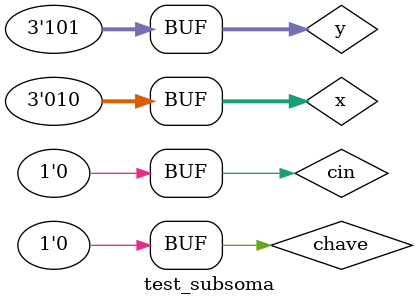
<source format=v>

module fullAdder (soma, cout, a, b, cin);
	input a, b, cin;
	output soma, cout;
	wire s1, c1, c2;
	
	xor (s1, a, b);
	and (c1, a, b);
	xor (soma, s1, cin);
	and (c2, s1, cin);
	or (cout, c1, c2);
endmodule

// -------------------------
// full adder 3bits
// -------------------------
module fullAdder3 (soma, cout, a, b, cin);
	output [2:0] soma;
	output  cout;
	input [2:0] a, b;
	input cin;
	wire c3, c2, c1;
	
	  fullAdder  fa0 (soma[0], c1, a[0], b[0], cin);
	  fullAdder  fa1 (soma[1], c2, a[1], b[1], c1);
	  fullAdder  fa2 (soma[2], cout, a[2], b[2], c2);
endmodule

// -------------------------
// full Diff
// -------------------------
module fullDiff (soma, cout, a, b, cin);
	input a, b, cin; 
	output soma, cout;
	wire s1, s2, s3, c1, c2;
	
	xor (s1, a, b);
	not (s2, a);
	and (c1, s2, b);
	xor (soma, s1, cin);
	not (s3, s1);
	and (c2, s3, cin);
	or (cout, c1, c2);
endmodule

// -------------------------
// full Diff 3bits
// -------------------------
module fullDiff3 (soma, cout, a, b, cin);
	output [2:0] soma;
	output  cout;
	input [2:0] a, b;
	input cin;
	wire c3, c2, c1;
	
	  fullDiff  fa0 (soma[0], c1, a[0], b[0], cin);
	  fullDiff  fa1 (soma[1], c2, a[1], b[1], c1);
	  fullDiff  fa2 (soma[2], cout, a[2], b[2], c2);
endmodule

// -------------------------
// Zero Flag
// -------------------------
module zeroflag(output s, input[2:0] entrada);
	nor(s,entrada[0],entrada[1],entrada[2]);
endmodule

module carry(output s, input[2:0] entrada1, input[2:0] entrada2);
	wire[1:0] k;
	and(k[0],entrada1[0],entrada2[0]);
	and(k[1],entrada1[1],entrada2[1]);
	
	or(s,k[0],k[1]);
endmodule

module overflow(output s, input[2:0] entrada1, input[2:0] entrada2);
	wire[4:0] k;
	and(k[0],entrada1[1],entrada2[1]);
	and(k[1],entrada1[0],entrada2[0]);
	or(k[2],entrada1[1],entrada2[1]);
	and(k[3],k[1],k[2]);
	
	or(s,k[0],k[3]);
endmodule

module sinal(output s, input[2:0] entrada);
	assign s = entrada[2];
endmodule

module maiormenorigual(output[2:0] s, input[2:0] entrada1, input[2:0] entrada2);
	assign s[0] = (entrada1 > entrada2)? 1: 0;
	assign s[1] = (entrada1 == entrada2)? 1: 0;
	assign s[2] = (entrada1 < entrada2)? 1: 0;
endmodule

module AU(output[2:0] s, output cout, input[2:0] a,input[2:0] b, input cin, input chave);
	wire[2:0] s1, s2;
	wire c1, c2;
	
	fullDiff3 fd1(s1,c1,a,b,cin);
	fullAdder3 fa1(s2,c2,a,b,cin);
	
	assign s = chave? s1: s2;
	assign cout = chave? c1: c2;
endmodule

module test_subsoma;
	// ------------------------- definir dados
	reg [2:0] x;
	reg [2:0] y;
	reg cin;
	reg chave;
	wire[2:0] s;
	wire zf;
	wire cr1;
	wire of1;
	wire cout;
	wire sinal;
	wire[2:0] resultado;
	
	carry cry1(cr1,x,y);
	overflow o1(of1,x,y);
	AU au1(resultado, cout, x, y, cin, chave);
	sinal sin1(sinal,resultado);
	zeroflag zf1(zf, resultado);
	maiormenorigual mmi1(s, x, y);
	// ------------------------- parte principal
	initial begin
		$display("Exemplo0035 - Marcio Enio Gonçalves Dutra Junior - 441698");
		$display("Test");
		
		chave = 0; cin = 0;
		#1 x = 3'b000; y = 3'b000;
		
		$monitor ("%b + %b = %b		Zero:%b	Carry:%b Overflow:%b Sinal:%b MMI:%b",x,y,resultado,zf,cr1,of1,sinal,s);
		#1 x = 3'b000; y = 3'b001;
		#1 x = 3'b010; y = 3'b010;
		#1 x = 3'b001; y = 3'b011;
		#1 x = 3'b001; y = 3'b100;
		#1 x = 3'b000; y = 3'b101;
		#1 x = 3'b110; y = 3'b110;
		#1 x = 3'b000; y = 3'b111;
		#1 x = 3'b100; y = 3'b000;
		#1 x = 3'b110; y = 3'b101;
		#1 x = 3'b111; y = 3'b001;
		#1 x = 3'b010; y = 3'b101;
	end
endmodule


</source>
